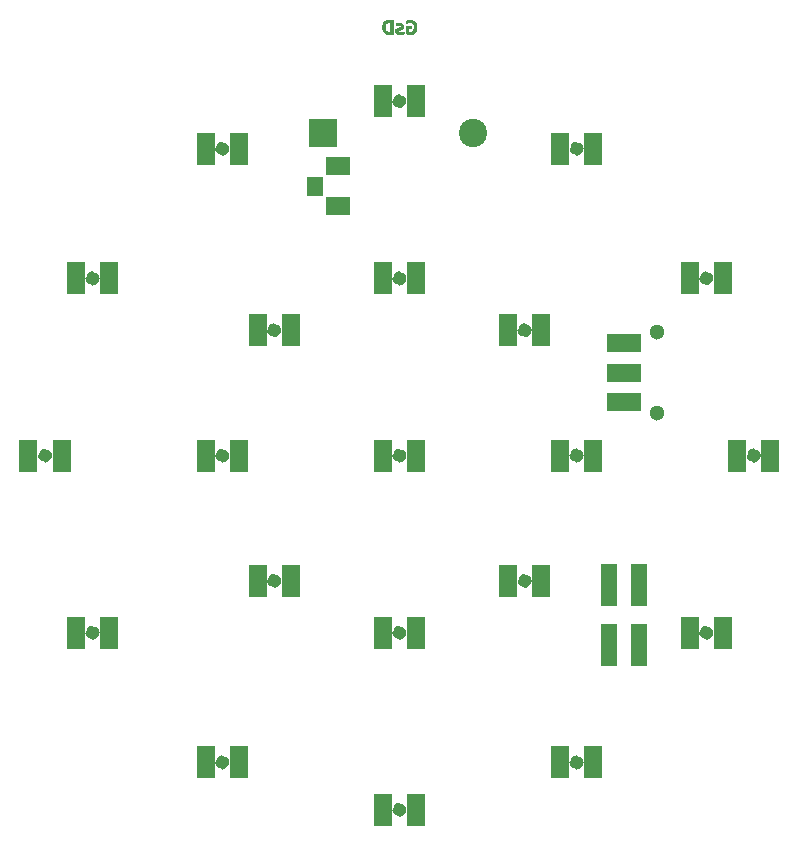
<source format=gbr>
G04 #@! TF.GenerationSoftware,KiCad,Pcbnew,5.1.4+dfsg1-1*
G04 #@! TF.CreationDate,2019-11-28T07:22:53-08:00*
G04 #@! TF.ProjectId,xmas-led-002,786d6173-2d6c-4656-942d-3030322e6b69,v1_00*
G04 #@! TF.SameCoordinates,PX6cd5f04PY3385f10*
G04 #@! TF.FileFunction,Soldermask,Bot*
G04 #@! TF.FilePolarity,Negative*
%FSLAX46Y46*%
G04 Gerber Fmt 4.6, Leading zero omitted, Abs format (unit mm)*
G04 Created by KiCad (PCBNEW 5.1.4+dfsg1-1) date 2019-11-28 07:22:53*
%MOMM*%
%LPD*%
G04 APERTURE LIST*
%ADD10C,0.010000*%
%ADD11C,1.000000*%
%ADD12R,2.100000X1.600000*%
%ADD13R,1.400000X0.900000*%
%ADD14R,1.400000X3.550000*%
%ADD15C,1.300000*%
%ADD16R,2.900000X1.650000*%
%ADD17C,2.400000*%
%ADD18R,2.400000X2.400000*%
%ADD19R,1.600000X2.700000*%
G04 APERTURE END LIST*
D10*
G36*
X35078458Y-9096785D02*
G01*
X34911974Y-9102584D01*
X34780300Y-9121461D01*
X34677256Y-9155919D01*
X34596662Y-9208465D01*
X34532335Y-9281604D01*
X34502311Y-9330319D01*
X34475835Y-9385772D01*
X34458652Y-9445054D01*
X34448184Y-9520885D01*
X34441850Y-9625987D01*
X34441723Y-9629082D01*
X34442348Y-9784074D01*
X34459849Y-9907190D01*
X34496474Y-10006282D01*
X34554470Y-10089200D01*
X34581447Y-10117018D01*
X34650190Y-10177937D01*
X34714758Y-10220726D01*
X34785461Y-10248877D01*
X34872613Y-10265883D01*
X34986524Y-10275234D01*
X35057291Y-10278150D01*
X35306000Y-10286459D01*
X35306000Y-10118546D01*
X35115500Y-10118546D01*
X34985259Y-10106736D01*
X34891411Y-10091341D01*
X34819592Y-10066038D01*
X34801359Y-10054864D01*
X34740886Y-10004517D01*
X34700382Y-9953836D01*
X34676024Y-9892694D01*
X34663988Y-9810964D01*
X34660451Y-9698520D01*
X34660416Y-9681558D01*
X34666607Y-9541093D01*
X34687865Y-9436284D01*
X34728227Y-9361921D01*
X34791723Y-9312791D01*
X34882388Y-9283681D01*
X34977922Y-9271247D01*
X35115500Y-9260204D01*
X35115500Y-10118546D01*
X35306000Y-10118546D01*
X35306000Y-9096667D01*
X35078458Y-9096785D01*
X35078458Y-9096785D01*
G37*
X35078458Y-9096785D02*
X34911974Y-9102584D01*
X34780300Y-9121461D01*
X34677256Y-9155919D01*
X34596662Y-9208465D01*
X34532335Y-9281604D01*
X34502311Y-9330319D01*
X34475835Y-9385772D01*
X34458652Y-9445054D01*
X34448184Y-9520885D01*
X34441850Y-9625987D01*
X34441723Y-9629082D01*
X34442348Y-9784074D01*
X34459849Y-9907190D01*
X34496474Y-10006282D01*
X34554470Y-10089200D01*
X34581447Y-10117018D01*
X34650190Y-10177937D01*
X34714758Y-10220726D01*
X34785461Y-10248877D01*
X34872613Y-10265883D01*
X34986524Y-10275234D01*
X35057291Y-10278150D01*
X35306000Y-10286459D01*
X35306000Y-10118546D01*
X35115500Y-10118546D01*
X34985259Y-10106736D01*
X34891411Y-10091341D01*
X34819592Y-10066038D01*
X34801359Y-10054864D01*
X34740886Y-10004517D01*
X34700382Y-9953836D01*
X34676024Y-9892694D01*
X34663988Y-9810964D01*
X34660451Y-9698520D01*
X34660416Y-9681558D01*
X34666607Y-9541093D01*
X34687865Y-9436284D01*
X34728227Y-9361921D01*
X34791723Y-9312791D01*
X34882388Y-9283681D01*
X34977922Y-9271247D01*
X35115500Y-9260204D01*
X35115500Y-10118546D01*
X35306000Y-10118546D01*
X35306000Y-9096667D01*
X35078458Y-9096785D01*
G36*
X35722795Y-9343511D02*
G01*
X35570583Y-9361250D01*
X35557843Y-9558362D01*
X35638296Y-9539686D01*
X35726054Y-9525775D01*
X35818804Y-9521248D01*
X35901617Y-9526004D01*
X35959561Y-9539939D01*
X35963558Y-9541911D01*
X35997810Y-9579750D01*
X36000953Y-9628315D01*
X35978041Y-9663660D01*
X35945622Y-9680705D01*
X35885342Y-9704908D01*
X35809875Y-9731206D01*
X35805135Y-9732742D01*
X35698407Y-9775667D01*
X35610240Y-9827353D01*
X35582885Y-9849447D01*
X35535173Y-9899033D01*
X35512999Y-9944936D01*
X35507130Y-10007619D01*
X35507083Y-10017417D01*
X35511433Y-10082772D01*
X35530540Y-10129218D01*
X35573485Y-10176644D01*
X35584460Y-10186829D01*
X35649347Y-10235236D01*
X35720084Y-10272300D01*
X35743210Y-10280335D01*
X35825006Y-10294034D01*
X35931201Y-10299544D01*
X36044627Y-10296688D01*
X36148115Y-10285293D01*
X36152666Y-10284505D01*
X36197157Y-10274045D01*
X36219937Y-10254898D01*
X36229680Y-10214550D01*
X36233314Y-10168122D01*
X36235596Y-10107218D01*
X36230082Y-10079609D01*
X36213577Y-10076510D01*
X36201564Y-10080832D01*
X36155410Y-10091675D01*
X36081022Y-10100818D01*
X35992492Y-10107445D01*
X35903910Y-10110740D01*
X35829368Y-10109887D01*
X35785960Y-10104906D01*
X35735085Y-10077478D01*
X35718253Y-10035603D01*
X35739044Y-9989670D01*
X35744384Y-9984239D01*
X35782938Y-9959929D01*
X35848346Y-9930186D01*
X35926776Y-9901266D01*
X35930416Y-9900076D01*
X36057962Y-9848063D01*
X36146357Y-9786519D01*
X36198206Y-9712884D01*
X36216114Y-9624593D01*
X36216166Y-9618991D01*
X36197554Y-9519340D01*
X36143923Y-9439512D01*
X36058584Y-9381354D01*
X35944845Y-9346713D01*
X35806016Y-9337439D01*
X35722795Y-9343511D01*
X35722795Y-9343511D01*
G37*
X35722795Y-9343511D02*
X35570583Y-9361250D01*
X35557843Y-9558362D01*
X35638296Y-9539686D01*
X35726054Y-9525775D01*
X35818804Y-9521248D01*
X35901617Y-9526004D01*
X35959561Y-9539939D01*
X35963558Y-9541911D01*
X35997810Y-9579750D01*
X36000953Y-9628315D01*
X35978041Y-9663660D01*
X35945622Y-9680705D01*
X35885342Y-9704908D01*
X35809875Y-9731206D01*
X35805135Y-9732742D01*
X35698407Y-9775667D01*
X35610240Y-9827353D01*
X35582885Y-9849447D01*
X35535173Y-9899033D01*
X35512999Y-9944936D01*
X35507130Y-10007619D01*
X35507083Y-10017417D01*
X35511433Y-10082772D01*
X35530540Y-10129218D01*
X35573485Y-10176644D01*
X35584460Y-10186829D01*
X35649347Y-10235236D01*
X35720084Y-10272300D01*
X35743210Y-10280335D01*
X35825006Y-10294034D01*
X35931201Y-10299544D01*
X36044627Y-10296688D01*
X36148115Y-10285293D01*
X36152666Y-10284505D01*
X36197157Y-10274045D01*
X36219937Y-10254898D01*
X36229680Y-10214550D01*
X36233314Y-10168122D01*
X36235596Y-10107218D01*
X36230082Y-10079609D01*
X36213577Y-10076510D01*
X36201564Y-10080832D01*
X36155410Y-10091675D01*
X36081022Y-10100818D01*
X35992492Y-10107445D01*
X35903910Y-10110740D01*
X35829368Y-10109887D01*
X35785960Y-10104906D01*
X35735085Y-10077478D01*
X35718253Y-10035603D01*
X35739044Y-9989670D01*
X35744384Y-9984239D01*
X35782938Y-9959929D01*
X35848346Y-9930186D01*
X35926776Y-9901266D01*
X35930416Y-9900076D01*
X36057962Y-9848063D01*
X36146357Y-9786519D01*
X36198206Y-9712884D01*
X36216114Y-9624593D01*
X36216166Y-9618991D01*
X36197554Y-9519340D01*
X36143923Y-9439512D01*
X36058584Y-9381354D01*
X35944845Y-9346713D01*
X35806016Y-9337439D01*
X35722795Y-9343511D01*
G36*
X36587370Y-9088647D02*
G01*
X36544250Y-9100128D01*
X36495006Y-9118698D01*
X36469104Y-9140676D01*
X36457891Y-9179415D01*
X36453146Y-9240677D01*
X36446709Y-9352938D01*
X36516646Y-9315519D01*
X36595790Y-9289051D01*
X36708202Y-9277852D01*
X36738413Y-9277341D01*
X36850617Y-9284225D01*
X36932981Y-9310085D01*
X36995912Y-9360779D01*
X37049820Y-9442165D01*
X37057541Y-9456932D01*
X37093190Y-9559338D01*
X37106848Y-9674965D01*
X37100046Y-9793261D01*
X37074311Y-9903679D01*
X37031172Y-9995667D01*
X36972158Y-10058677D01*
X36970163Y-10060006D01*
X36895267Y-10092030D01*
X36802270Y-10109324D01*
X36713927Y-10108243D01*
X36693695Y-10104295D01*
X36666046Y-10094976D01*
X36649871Y-10077803D01*
X36642101Y-10043047D01*
X36639671Y-9980977D01*
X36639500Y-9932347D01*
X36639500Y-9774000D01*
X36872333Y-9774000D01*
X36872333Y-9604667D01*
X36449000Y-9604667D01*
X36449000Y-10234088D01*
X36572097Y-10268627D01*
X36691613Y-10292523D01*
X36813462Y-10300528D01*
X36920725Y-10291995D01*
X36957137Y-10283390D01*
X37089277Y-10224432D01*
X37191188Y-10136812D01*
X37263253Y-10019914D01*
X37305854Y-9873122D01*
X37319386Y-9699917D01*
X37305674Y-9526588D01*
X37264048Y-9383183D01*
X37192936Y-9266485D01*
X37090763Y-9173277D01*
X37048713Y-9146391D01*
X36951486Y-9106825D01*
X36831063Y-9082992D01*
X36704130Y-9076423D01*
X36587370Y-9088647D01*
X36587370Y-9088647D01*
G37*
X36587370Y-9088647D02*
X36544250Y-9100128D01*
X36495006Y-9118698D01*
X36469104Y-9140676D01*
X36457891Y-9179415D01*
X36453146Y-9240677D01*
X36446709Y-9352938D01*
X36516646Y-9315519D01*
X36595790Y-9289051D01*
X36708202Y-9277852D01*
X36738413Y-9277341D01*
X36850617Y-9284225D01*
X36932981Y-9310085D01*
X36995912Y-9360779D01*
X37049820Y-9442165D01*
X37057541Y-9456932D01*
X37093190Y-9559338D01*
X37106848Y-9674965D01*
X37100046Y-9793261D01*
X37074311Y-9903679D01*
X37031172Y-9995667D01*
X36972158Y-10058677D01*
X36970163Y-10060006D01*
X36895267Y-10092030D01*
X36802270Y-10109324D01*
X36713927Y-10108243D01*
X36693695Y-10104295D01*
X36666046Y-10094976D01*
X36649871Y-10077803D01*
X36642101Y-10043047D01*
X36639671Y-9980977D01*
X36639500Y-9932347D01*
X36639500Y-9774000D01*
X36872333Y-9774000D01*
X36872333Y-9604667D01*
X36449000Y-9604667D01*
X36449000Y-10234088D01*
X36572097Y-10268627D01*
X36691613Y-10292523D01*
X36813462Y-10300528D01*
X36920725Y-10291995D01*
X36957137Y-10283390D01*
X37089277Y-10224432D01*
X37191188Y-10136812D01*
X37263253Y-10019914D01*
X37305854Y-9873122D01*
X37319386Y-9699917D01*
X37305674Y-9526588D01*
X37264048Y-9383183D01*
X37192936Y-9266485D01*
X37090763Y-9173277D01*
X37048713Y-9146391D01*
X36951486Y-9106825D01*
X36831063Y-9082992D01*
X36704130Y-9076423D01*
X36587370Y-9088647D01*
D11*
X9996738Y-30974000D02*
G75*
G03X9996738Y-30974000I-100000J0D01*
G01*
X20977500Y-19993238D02*
G75*
G03X20977500Y-19993238I-100000J0D01*
G01*
X35977500Y-15974000D02*
G75*
G03X35977500Y-15974000I-100000J0D01*
G01*
X50977500Y-19993238D02*
G75*
G03X50977500Y-19993238I-100000J0D01*
G01*
X61958262Y-30974000D02*
G75*
G03X61958262Y-30974000I-100000J0D01*
G01*
X65977500Y-45974000D02*
G75*
G03X65977500Y-45974000I-100000J0D01*
G01*
X61958262Y-60974000D02*
G75*
G03X61958262Y-60974000I-100000J0D01*
G01*
X50977500Y-71954762D02*
G75*
G03X50977500Y-71954762I-100000J0D01*
G01*
X35977500Y-75974000D02*
G75*
G03X35977500Y-75974000I-100000J0D01*
G01*
X20977500Y-71954762D02*
G75*
G03X20977500Y-71954762I-100000J0D01*
G01*
X9996738Y-60974000D02*
G75*
G03X9996738Y-60974000I-100000J0D01*
G01*
X5977500Y-45974000D02*
G75*
G03X5977500Y-45974000I-100000J0D01*
G01*
X25370898Y-35367398D02*
G75*
G03X25370898Y-35367398I-100000J0D01*
G01*
X35977500Y-30974000D02*
G75*
G03X35977500Y-30974000I-100000J0D01*
G01*
X46584102Y-35367398D02*
G75*
G03X46584102Y-35367398I-100000J0D01*
G01*
X50977500Y-45974000D02*
G75*
G03X50977500Y-45974000I-100000J0D01*
G01*
X46584102Y-56580602D02*
G75*
G03X46584102Y-56580602I-100000J0D01*
G01*
X35977500Y-60974000D02*
G75*
G03X35977500Y-60974000I-100000J0D01*
G01*
X25370898Y-56580602D02*
G75*
G03X25370898Y-56580602I-100000J0D01*
G01*
X20977500Y-45974000D02*
G75*
G03X20977500Y-45974000I-100000J0D01*
G01*
X35977500Y-45974000D02*
G75*
G03X35977500Y-45974000I-100000J0D01*
G01*
D12*
X30652000Y-24877500D03*
X30652000Y-21477500D03*
D13*
X28702000Y-23577500D03*
X28702000Y-22777500D03*
D14*
X56134000Y-62024500D03*
X56134000Y-56974500D03*
X53594000Y-62024500D03*
X53594000Y-56974500D03*
D15*
X57677500Y-42354000D03*
X57677500Y-35554000D03*
D16*
X54927500Y-41454000D03*
X54927500Y-38954000D03*
X54927500Y-36454000D03*
D17*
X42077500Y-18694000D03*
D18*
X29377500Y-18694000D03*
D19*
X8496738Y-30974000D03*
X11296738Y-30974000D03*
X19477500Y-19993238D03*
X22277500Y-19993238D03*
X34477500Y-15974000D03*
X37277500Y-15974000D03*
X49477500Y-19993238D03*
X52277500Y-19993238D03*
X60458262Y-30974000D03*
X63258262Y-30974000D03*
X64477500Y-45974000D03*
X67277500Y-45974000D03*
X60458262Y-60974000D03*
X63258262Y-60974000D03*
X49477500Y-71954762D03*
X52277500Y-71954762D03*
X34477500Y-75974000D03*
X37277500Y-75974000D03*
X19477500Y-71954762D03*
X22277500Y-71954762D03*
X8496738Y-60974000D03*
X11296738Y-60974000D03*
X4477500Y-45974000D03*
X7277500Y-45974000D03*
X23870898Y-35367398D03*
X26670898Y-35367398D03*
X34477500Y-30974000D03*
X37277500Y-30974000D03*
X45084102Y-35367398D03*
X47884102Y-35367398D03*
X49477500Y-45974000D03*
X52277500Y-45974000D03*
X45084102Y-56580602D03*
X47884102Y-56580602D03*
X34477500Y-60974000D03*
X37277500Y-60974000D03*
X23870898Y-56580602D03*
X26670898Y-56580602D03*
X19477500Y-45974000D03*
X22277500Y-45974000D03*
X34477500Y-45974000D03*
X37277500Y-45974000D03*
M02*

</source>
